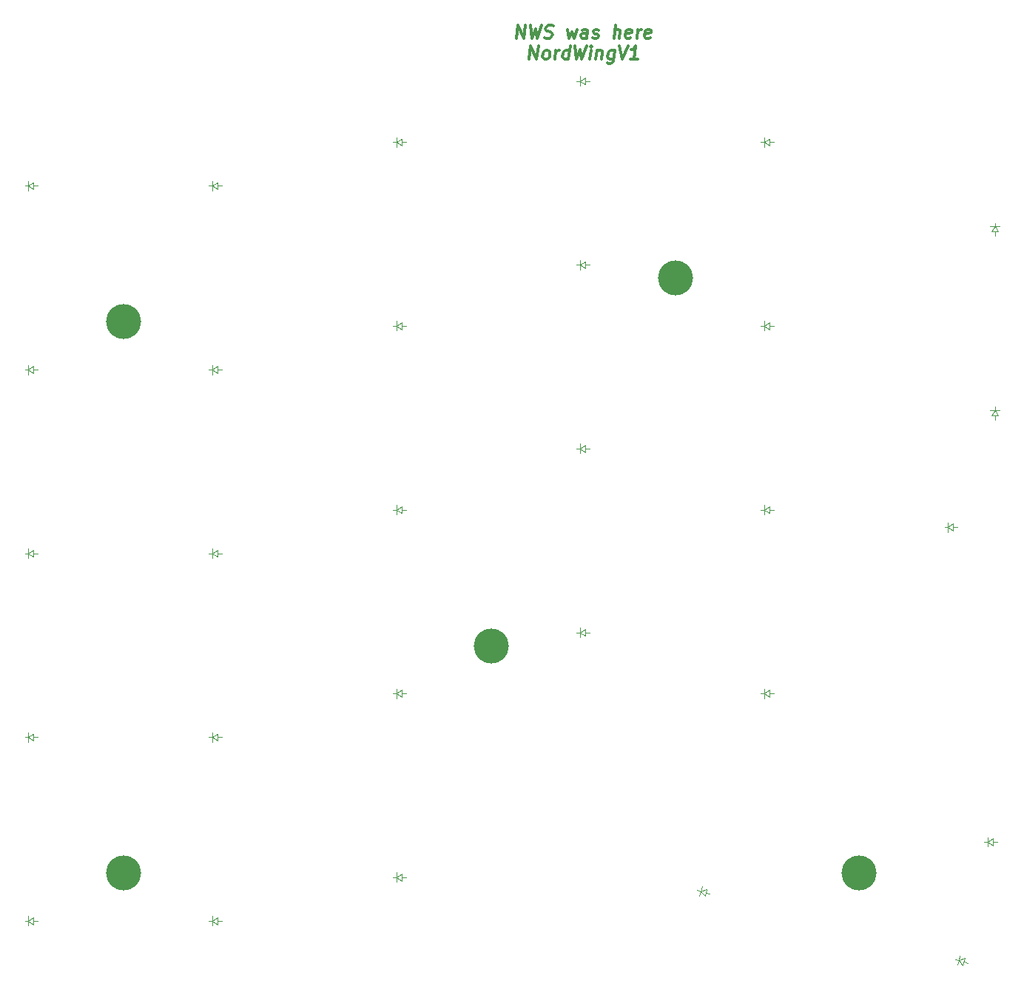
<source format=gbr>
%TF.GenerationSoftware,KiCad,Pcbnew,9.0.3-1.fc42*%
%TF.CreationDate,2025-08-09T15:12:39+02:00*%
%TF.ProjectId,left_traced,6c656674-5f74-4726-9163-65642e6b6963,v1.0.0*%
%TF.SameCoordinates,Original*%
%TF.FileFunction,Legend,Top*%
%TF.FilePolarity,Positive*%
%FSLAX46Y46*%
G04 Gerber Fmt 4.6, Leading zero omitted, Abs format (unit mm)*
G04 Created by KiCad (PCBNEW 9.0.3-1.fc42) date 2025-08-09 15:12:39*
%MOMM*%
%LPD*%
G01*
G04 APERTURE LIST*
%ADD10C,0.300000*%
%ADD11C,0.100000*%
%ADD12C,4.000000*%
G04 APERTURE END LIST*
D10*
X152848214Y-93885912D02*
X153035714Y-92385912D01*
X153035714Y-92385912D02*
X153705357Y-93885912D01*
X153705357Y-93885912D02*
X153892857Y-92385912D01*
X154464286Y-92385912D02*
X154633929Y-93885912D01*
X154633929Y-93885912D02*
X155053571Y-92814484D01*
X155053571Y-92814484D02*
X155205357Y-93885912D01*
X155205357Y-93885912D02*
X155750000Y-92385912D01*
X156071429Y-93814484D02*
X156276786Y-93885912D01*
X156276786Y-93885912D02*
X156633929Y-93885912D01*
X156633929Y-93885912D02*
X156785715Y-93814484D01*
X156785715Y-93814484D02*
X156866072Y-93743055D01*
X156866072Y-93743055D02*
X156955357Y-93600198D01*
X156955357Y-93600198D02*
X156973215Y-93457341D01*
X156973215Y-93457341D02*
X156919643Y-93314484D01*
X156919643Y-93314484D02*
X156857143Y-93243055D01*
X156857143Y-93243055D02*
X156723215Y-93171626D01*
X156723215Y-93171626D02*
X156446429Y-93100198D01*
X156446429Y-93100198D02*
X156312500Y-93028769D01*
X156312500Y-93028769D02*
X156250000Y-92957341D01*
X156250000Y-92957341D02*
X156196429Y-92814484D01*
X156196429Y-92814484D02*
X156214286Y-92671626D01*
X156214286Y-92671626D02*
X156303572Y-92528769D01*
X156303572Y-92528769D02*
X156383929Y-92457341D01*
X156383929Y-92457341D02*
X156535715Y-92385912D01*
X156535715Y-92385912D02*
X156892857Y-92385912D01*
X156892857Y-92385912D02*
X157098215Y-92457341D01*
X158687500Y-92885912D02*
X158848214Y-93885912D01*
X158848214Y-93885912D02*
X159223214Y-93171626D01*
X159223214Y-93171626D02*
X159419643Y-93885912D01*
X159419643Y-93885912D02*
X159830357Y-92885912D01*
X160919643Y-93885912D02*
X161017857Y-93100198D01*
X161017857Y-93100198D02*
X160964286Y-92957341D01*
X160964286Y-92957341D02*
X160830357Y-92885912D01*
X160830357Y-92885912D02*
X160544643Y-92885912D01*
X160544643Y-92885912D02*
X160392857Y-92957341D01*
X160928572Y-93814484D02*
X160776786Y-93885912D01*
X160776786Y-93885912D02*
X160419643Y-93885912D01*
X160419643Y-93885912D02*
X160285714Y-93814484D01*
X160285714Y-93814484D02*
X160232143Y-93671626D01*
X160232143Y-93671626D02*
X160250000Y-93528769D01*
X160250000Y-93528769D02*
X160339286Y-93385912D01*
X160339286Y-93385912D02*
X160491072Y-93314484D01*
X160491072Y-93314484D02*
X160848214Y-93314484D01*
X160848214Y-93314484D02*
X161000000Y-93243055D01*
X161571429Y-93814484D02*
X161705357Y-93885912D01*
X161705357Y-93885912D02*
X161991072Y-93885912D01*
X161991072Y-93885912D02*
X162142857Y-93814484D01*
X162142857Y-93814484D02*
X162232143Y-93671626D01*
X162232143Y-93671626D02*
X162241072Y-93600198D01*
X162241072Y-93600198D02*
X162187500Y-93457341D01*
X162187500Y-93457341D02*
X162053572Y-93385912D01*
X162053572Y-93385912D02*
X161839286Y-93385912D01*
X161839286Y-93385912D02*
X161705357Y-93314484D01*
X161705357Y-93314484D02*
X161651786Y-93171626D01*
X161651786Y-93171626D02*
X161660715Y-93100198D01*
X161660715Y-93100198D02*
X161750000Y-92957341D01*
X161750000Y-92957341D02*
X161901786Y-92885912D01*
X161901786Y-92885912D02*
X162116072Y-92885912D01*
X162116072Y-92885912D02*
X162250000Y-92957341D01*
X163991072Y-93885912D02*
X164178572Y-92385912D01*
X164633929Y-93885912D02*
X164732143Y-93100198D01*
X164732143Y-93100198D02*
X164678572Y-92957341D01*
X164678572Y-92957341D02*
X164544643Y-92885912D01*
X164544643Y-92885912D02*
X164330358Y-92885912D01*
X164330358Y-92885912D02*
X164178572Y-92957341D01*
X164178572Y-92957341D02*
X164098215Y-93028769D01*
X165928572Y-93814484D02*
X165776786Y-93885912D01*
X165776786Y-93885912D02*
X165491072Y-93885912D01*
X165491072Y-93885912D02*
X165357143Y-93814484D01*
X165357143Y-93814484D02*
X165303572Y-93671626D01*
X165303572Y-93671626D02*
X165375001Y-93100198D01*
X165375001Y-93100198D02*
X165464286Y-92957341D01*
X165464286Y-92957341D02*
X165616072Y-92885912D01*
X165616072Y-92885912D02*
X165901786Y-92885912D01*
X165901786Y-92885912D02*
X166035715Y-92957341D01*
X166035715Y-92957341D02*
X166089286Y-93100198D01*
X166089286Y-93100198D02*
X166071429Y-93243055D01*
X166071429Y-93243055D02*
X165339286Y-93385912D01*
X166633929Y-93885912D02*
X166758929Y-92885912D01*
X166723215Y-93171626D02*
X166812500Y-93028769D01*
X166812500Y-93028769D02*
X166892857Y-92957341D01*
X166892857Y-92957341D02*
X167044643Y-92885912D01*
X167044643Y-92885912D02*
X167187500Y-92885912D01*
X168142857Y-93814484D02*
X167991071Y-93885912D01*
X167991071Y-93885912D02*
X167705357Y-93885912D01*
X167705357Y-93885912D02*
X167571428Y-93814484D01*
X167571428Y-93814484D02*
X167517857Y-93671626D01*
X167517857Y-93671626D02*
X167589286Y-93100198D01*
X167589286Y-93100198D02*
X167678571Y-92957341D01*
X167678571Y-92957341D02*
X167830357Y-92885912D01*
X167830357Y-92885912D02*
X168116071Y-92885912D01*
X168116071Y-92885912D02*
X168250000Y-92957341D01*
X168250000Y-92957341D02*
X168303571Y-93100198D01*
X168303571Y-93100198D02*
X168285714Y-93243055D01*
X168285714Y-93243055D02*
X167553571Y-93385912D01*
X154312500Y-96300828D02*
X154500000Y-94800828D01*
X154500000Y-94800828D02*
X155169643Y-96300828D01*
X155169643Y-96300828D02*
X155357143Y-94800828D01*
X156098215Y-96300828D02*
X155964286Y-96229400D01*
X155964286Y-96229400D02*
X155901786Y-96157971D01*
X155901786Y-96157971D02*
X155848215Y-96015114D01*
X155848215Y-96015114D02*
X155901786Y-95586542D01*
X155901786Y-95586542D02*
X155991072Y-95443685D01*
X155991072Y-95443685D02*
X156071429Y-95372257D01*
X156071429Y-95372257D02*
X156223215Y-95300828D01*
X156223215Y-95300828D02*
X156437500Y-95300828D01*
X156437500Y-95300828D02*
X156571429Y-95372257D01*
X156571429Y-95372257D02*
X156633929Y-95443685D01*
X156633929Y-95443685D02*
X156687500Y-95586542D01*
X156687500Y-95586542D02*
X156633929Y-96015114D01*
X156633929Y-96015114D02*
X156544643Y-96157971D01*
X156544643Y-96157971D02*
X156464286Y-96229400D01*
X156464286Y-96229400D02*
X156312500Y-96300828D01*
X156312500Y-96300828D02*
X156098215Y-96300828D01*
X157241072Y-96300828D02*
X157366072Y-95300828D01*
X157330358Y-95586542D02*
X157419643Y-95443685D01*
X157419643Y-95443685D02*
X157500000Y-95372257D01*
X157500000Y-95372257D02*
X157651786Y-95300828D01*
X157651786Y-95300828D02*
X157794643Y-95300828D01*
X158812500Y-96300828D02*
X159000000Y-94800828D01*
X158821429Y-96229400D02*
X158669643Y-96300828D01*
X158669643Y-96300828D02*
X158383929Y-96300828D01*
X158383929Y-96300828D02*
X158250000Y-96229400D01*
X158250000Y-96229400D02*
X158187500Y-96157971D01*
X158187500Y-96157971D02*
X158133929Y-96015114D01*
X158133929Y-96015114D02*
X158187500Y-95586542D01*
X158187500Y-95586542D02*
X158276786Y-95443685D01*
X158276786Y-95443685D02*
X158357143Y-95372257D01*
X158357143Y-95372257D02*
X158508929Y-95300828D01*
X158508929Y-95300828D02*
X158794643Y-95300828D01*
X158794643Y-95300828D02*
X158928571Y-95372257D01*
X159571429Y-94800828D02*
X159741072Y-96300828D01*
X159741072Y-96300828D02*
X160160714Y-95229400D01*
X160160714Y-95229400D02*
X160312500Y-96300828D01*
X160312500Y-96300828D02*
X160857143Y-94800828D01*
X161241072Y-96300828D02*
X161366072Y-95300828D01*
X161428572Y-94800828D02*
X161348215Y-94872257D01*
X161348215Y-94872257D02*
X161410715Y-94943685D01*
X161410715Y-94943685D02*
X161491072Y-94872257D01*
X161491072Y-94872257D02*
X161428572Y-94800828D01*
X161428572Y-94800828D02*
X161410715Y-94943685D01*
X162080358Y-95300828D02*
X161955358Y-96300828D01*
X162062501Y-95443685D02*
X162142858Y-95372257D01*
X162142858Y-95372257D02*
X162294644Y-95300828D01*
X162294644Y-95300828D02*
X162508929Y-95300828D01*
X162508929Y-95300828D02*
X162642858Y-95372257D01*
X162642858Y-95372257D02*
X162696429Y-95515114D01*
X162696429Y-95515114D02*
X162598215Y-96300828D01*
X164080358Y-95300828D02*
X163928572Y-96515114D01*
X163928572Y-96515114D02*
X163839287Y-96657971D01*
X163839287Y-96657971D02*
X163758929Y-96729400D01*
X163758929Y-96729400D02*
X163607144Y-96800828D01*
X163607144Y-96800828D02*
X163392858Y-96800828D01*
X163392858Y-96800828D02*
X163258929Y-96729400D01*
X163964287Y-96229400D02*
X163812501Y-96300828D01*
X163812501Y-96300828D02*
X163526787Y-96300828D01*
X163526787Y-96300828D02*
X163392858Y-96229400D01*
X163392858Y-96229400D02*
X163330358Y-96157971D01*
X163330358Y-96157971D02*
X163276787Y-96015114D01*
X163276787Y-96015114D02*
X163330358Y-95586542D01*
X163330358Y-95586542D02*
X163419644Y-95443685D01*
X163419644Y-95443685D02*
X163500001Y-95372257D01*
X163500001Y-95372257D02*
X163651787Y-95300828D01*
X163651787Y-95300828D02*
X163937501Y-95300828D01*
X163937501Y-95300828D02*
X164071429Y-95372257D01*
X164642858Y-94800828D02*
X164955358Y-96300828D01*
X164955358Y-96300828D02*
X165642858Y-94800828D01*
X166741072Y-96300828D02*
X165883929Y-96300828D01*
X166312501Y-96300828D02*
X166500001Y-94800828D01*
X166500001Y-94800828D02*
X166330358Y-95015114D01*
X166330358Y-95015114D02*
X166169644Y-95157971D01*
X166169644Y-95157971D02*
X166017858Y-95229400D01*
D11*
%TO.C,D22*%
X96600000Y-131850000D02*
X97000000Y-131850000D01*
X97000000Y-131850000D02*
X97000000Y-131300000D01*
X97000000Y-131850000D02*
X97000000Y-132400000D01*
X97000000Y-131850000D02*
X97600000Y-131450000D01*
X97600000Y-131450000D02*
X97600000Y-132250000D01*
X97600000Y-131850000D02*
X98100000Y-131850000D01*
X97600000Y-132250000D02*
X97000000Y-131850000D01*
%TO.C,D8*%
X159750000Y-98800000D02*
X160150000Y-98800000D01*
X160150000Y-98800000D02*
X160150000Y-98250000D01*
X160150000Y-98800000D02*
X160150000Y-99350000D01*
X160150000Y-98800000D02*
X160750000Y-98400000D01*
X160750000Y-98400000D02*
X160750000Y-99200000D01*
X160750000Y-98800000D02*
X161250000Y-98800000D01*
X160750000Y-99200000D02*
X160150000Y-98800000D01*
%TO.C,D18*%
X117650000Y-110800000D02*
X118050000Y-110800000D01*
X118050000Y-110800000D02*
X118050000Y-110250000D01*
X118050000Y-110800000D02*
X118050000Y-111350000D01*
X118050000Y-110800000D02*
X118650000Y-110400000D01*
X118650000Y-110400000D02*
X118650000Y-111200000D01*
X118650000Y-110800000D02*
X119150000Y-110800000D01*
X118650000Y-111200000D02*
X118050000Y-110800000D01*
%TO.C,D10*%
X138700000Y-168950000D02*
X139100000Y-168950000D01*
X139100000Y-168950000D02*
X139100000Y-168400000D01*
X139100000Y-168950000D02*
X139100000Y-169500000D01*
X139100000Y-168950000D02*
X139700000Y-168550000D01*
X139700000Y-168550000D02*
X139700000Y-169350000D01*
X139700000Y-168950000D02*
X140200000Y-168950000D01*
X139700000Y-169350000D02*
X139100000Y-168950000D01*
%TO.C,D25*%
X173541469Y-191492865D02*
X173927839Y-191596392D01*
X173927839Y-191596392D02*
X173785488Y-192127653D01*
X173927839Y-191596392D02*
X174070189Y-191065133D01*
X173927839Y-191596392D02*
X174610922Y-191365313D01*
X174403867Y-192138054D02*
X173927839Y-191596392D01*
X174507394Y-191751684D02*
X174990357Y-191881093D01*
X174610922Y-191365313D02*
X174403867Y-192138054D01*
%TO.C,D12*%
X138700000Y-126850000D02*
X139100000Y-126850000D01*
X139100000Y-126850000D02*
X139100000Y-126300000D01*
X139100000Y-126850000D02*
X139100000Y-127400000D01*
X139100000Y-126850000D02*
X139700000Y-126450000D01*
X139700000Y-126450000D02*
X139700000Y-127250000D01*
X139700000Y-126850000D02*
X140200000Y-126850000D01*
X139700000Y-127250000D02*
X139100000Y-126850000D01*
%TO.C,D14*%
X117650000Y-195000000D02*
X118050000Y-195000000D01*
X118050000Y-195000000D02*
X118050000Y-194450000D01*
X118050000Y-195000000D02*
X118050000Y-195550000D01*
X118050000Y-195000000D02*
X118650000Y-194600000D01*
X118650000Y-194600000D02*
X118650000Y-195400000D01*
X118650000Y-195000000D02*
X119150000Y-195000000D01*
X118650000Y-195400000D02*
X118050000Y-195000000D01*
%TO.C,D6*%
X159750000Y-140900000D02*
X160150000Y-140900000D01*
X160150000Y-140900000D02*
X160150000Y-140350000D01*
X160150000Y-140900000D02*
X160150000Y-141450000D01*
X160150000Y-140900000D02*
X160750000Y-140500000D01*
X160750000Y-140500000D02*
X160750000Y-141300000D01*
X160750000Y-140900000D02*
X161250000Y-140900000D01*
X160750000Y-141300000D02*
X160150000Y-140900000D01*
%TO.C,D19*%
X96600000Y-195000000D02*
X97000000Y-195000000D01*
X97000000Y-195000000D02*
X97000000Y-194450000D01*
X97000000Y-195000000D02*
X97000000Y-195550000D01*
X97000000Y-195000000D02*
X97600000Y-194600000D01*
X97600000Y-194600000D02*
X97600000Y-195400000D01*
X97600000Y-195000000D02*
X98100000Y-195000000D01*
X97600000Y-195400000D02*
X97000000Y-195000000D01*
%TO.C,D16*%
X117650000Y-152900000D02*
X118050000Y-152900000D01*
X118050000Y-152900000D02*
X118050000Y-152350000D01*
X118050000Y-152900000D02*
X118050000Y-153450000D01*
X118050000Y-152900000D02*
X118650000Y-152500000D01*
X118650000Y-152500000D02*
X118650000Y-153300000D01*
X118650000Y-152900000D02*
X119150000Y-152900000D01*
X118650000Y-153300000D02*
X118050000Y-152900000D01*
%TO.C,D20*%
X96600000Y-173950000D02*
X97000000Y-173950000D01*
X97000000Y-173950000D02*
X97000000Y-173400000D01*
X97000000Y-173950000D02*
X97000000Y-174500000D01*
X97000000Y-173950000D02*
X97600000Y-173550000D01*
X97600000Y-173550000D02*
X97600000Y-174350000D01*
X97600000Y-173950000D02*
X98100000Y-173950000D01*
X97600000Y-174350000D02*
X97000000Y-173950000D01*
%TO.C,D24*%
X203074651Y-199406257D02*
X203461021Y-199509784D01*
X203461021Y-199509784D02*
X203318670Y-200041045D01*
X203461021Y-199509784D02*
X203603371Y-198978525D01*
X203461021Y-199509784D02*
X204144104Y-199278705D01*
X203937049Y-200051446D02*
X203461021Y-199509784D01*
X204040576Y-199665076D02*
X204523539Y-199794485D01*
X204144104Y-199278705D02*
X203937049Y-200051446D01*
%TO.C,D29*%
X206350000Y-185950000D02*
X206750000Y-185950000D01*
X206750000Y-185950000D02*
X206750000Y-185400000D01*
X206750000Y-185950000D02*
X206750000Y-186500000D01*
X206750000Y-185950000D02*
X207350000Y-185550000D01*
X207350000Y-185550000D02*
X207350000Y-186350000D01*
X207350000Y-185950000D02*
X207850000Y-185950000D01*
X207350000Y-186350000D02*
X206750000Y-185950000D01*
%TO.C,D21*%
X96600000Y-152900000D02*
X97000000Y-152900000D01*
X97000000Y-152900000D02*
X97000000Y-152350000D01*
X97000000Y-152900000D02*
X97000000Y-153450000D01*
X97000000Y-152900000D02*
X97600000Y-152500000D01*
X97600000Y-152500000D02*
X97600000Y-153300000D01*
X97600000Y-152900000D02*
X98100000Y-152900000D01*
X97600000Y-153300000D02*
X97000000Y-152900000D01*
%TO.C,D28*%
X201850000Y-149900000D02*
X202250000Y-149900000D01*
X202250000Y-149900000D02*
X202250000Y-149350000D01*
X202250000Y-149900000D02*
X202250000Y-150450000D01*
X202250000Y-149900000D02*
X202850000Y-149500000D01*
X202850000Y-149500000D02*
X202850000Y-150300000D01*
X202850000Y-149900000D02*
X203350000Y-149900000D01*
X202850000Y-150300000D02*
X202250000Y-149900000D01*
%TO.C,D3*%
X180800000Y-126850000D02*
X181200000Y-126850000D01*
X181200000Y-126850000D02*
X181200000Y-126300000D01*
X181200000Y-126850000D02*
X181200000Y-127400000D01*
X181200000Y-126850000D02*
X181800000Y-126450000D01*
X181800000Y-126450000D02*
X181800000Y-127250000D01*
X181800000Y-126850000D02*
X182300000Y-126850000D01*
X181800000Y-127250000D02*
X181200000Y-126850000D01*
%TO.C,D11*%
X138700000Y-147900000D02*
X139100000Y-147900000D01*
X139100000Y-147900000D02*
X139100000Y-147350000D01*
X139100000Y-147900000D02*
X139100000Y-148450000D01*
X139100000Y-147900000D02*
X139700000Y-147500000D01*
X139700000Y-147500000D02*
X139700000Y-148300000D01*
X139700000Y-147900000D02*
X140200000Y-147900000D01*
X139700000Y-148300000D02*
X139100000Y-147900000D01*
%TO.C,D26*%
X207200000Y-137100000D02*
X207600000Y-136500000D01*
X207600000Y-136100000D02*
X207600000Y-136500000D01*
X207600000Y-136500000D02*
X207050000Y-136500000D01*
X207600000Y-136500000D02*
X208000000Y-137100000D01*
X207600000Y-136500000D02*
X208150000Y-136500000D01*
X207600000Y-137100000D02*
X207600000Y-137600000D01*
X208000000Y-137100000D02*
X207200000Y-137100000D01*
%TO.C,D15*%
X117650000Y-173950000D02*
X118050000Y-173950000D01*
X118050000Y-173950000D02*
X118050000Y-173400000D01*
X118050000Y-173950000D02*
X118050000Y-174500000D01*
X118050000Y-173950000D02*
X118650000Y-173550000D01*
X118650000Y-173550000D02*
X118650000Y-174350000D01*
X118650000Y-173950000D02*
X119150000Y-173950000D01*
X118650000Y-174350000D02*
X118050000Y-173950000D01*
%TO.C,D13*%
X138700000Y-105800000D02*
X139100000Y-105800000D01*
X139100000Y-105800000D02*
X139100000Y-105250000D01*
X139100000Y-105800000D02*
X139100000Y-106350000D01*
X139100000Y-105800000D02*
X139700000Y-105400000D01*
X139700000Y-105400000D02*
X139700000Y-106200000D01*
X139700000Y-105800000D02*
X140200000Y-105800000D01*
X139700000Y-106200000D02*
X139100000Y-105800000D01*
%TO.C,D9*%
X138700000Y-190000000D02*
X139100000Y-190000000D01*
X139100000Y-190000000D02*
X139100000Y-189450000D01*
X139100000Y-190000000D02*
X139100000Y-190550000D01*
X139100000Y-190000000D02*
X139700000Y-189600000D01*
X139700000Y-189600000D02*
X139700000Y-190400000D01*
X139700000Y-190000000D02*
X140200000Y-190000000D01*
X139700000Y-190400000D02*
X139100000Y-190000000D01*
%TO.C,D17*%
X117650000Y-131850000D02*
X118050000Y-131850000D01*
X118050000Y-131850000D02*
X118050000Y-131300000D01*
X118050000Y-131850000D02*
X118050000Y-132400000D01*
X118050000Y-131850000D02*
X118650000Y-131450000D01*
X118650000Y-131450000D02*
X118650000Y-132250000D01*
X118650000Y-131850000D02*
X119150000Y-131850000D01*
X118650000Y-132250000D02*
X118050000Y-131850000D01*
%TO.C,D2*%
X180800000Y-147900000D02*
X181200000Y-147900000D01*
X181200000Y-147900000D02*
X181200000Y-147350000D01*
X181200000Y-147900000D02*
X181200000Y-148450000D01*
X181200000Y-147900000D02*
X181800000Y-147500000D01*
X181800000Y-147500000D02*
X181800000Y-148300000D01*
X181800000Y-147900000D02*
X182300000Y-147900000D01*
X181800000Y-148300000D02*
X181200000Y-147900000D01*
%TO.C,D4*%
X180800000Y-105800000D02*
X181200000Y-105800000D01*
X181200000Y-105800000D02*
X181200000Y-105250000D01*
X181200000Y-105800000D02*
X181200000Y-106350000D01*
X181200000Y-105800000D02*
X181800000Y-105400000D01*
X181800000Y-105400000D02*
X181800000Y-106200000D01*
X181800000Y-105800000D02*
X182300000Y-105800000D01*
X181800000Y-106200000D02*
X181200000Y-105800000D01*
%TO.C,D27*%
X207200000Y-116050000D02*
X207600000Y-115450000D01*
X207600000Y-115050000D02*
X207600000Y-115450000D01*
X207600000Y-115450000D02*
X207050000Y-115450000D01*
X207600000Y-115450000D02*
X208000000Y-116050000D01*
X207600000Y-115450000D02*
X208150000Y-115450000D01*
X207600000Y-116050000D02*
X207600000Y-116550000D01*
X208000000Y-116050000D02*
X207200000Y-116050000D01*
%TO.C,D7*%
X159750000Y-119850000D02*
X160150000Y-119850000D01*
X160150000Y-119850000D02*
X160150000Y-119300000D01*
X160150000Y-119850000D02*
X160150000Y-120400000D01*
X160150000Y-119850000D02*
X160750000Y-119450000D01*
X160750000Y-119450000D02*
X160750000Y-120250000D01*
X160750000Y-119850000D02*
X161250000Y-119850000D01*
X160750000Y-120250000D02*
X160150000Y-119850000D01*
%TO.C,D5*%
X159750000Y-161950000D02*
X160150000Y-161950000D01*
X160150000Y-161950000D02*
X160150000Y-161400000D01*
X160150000Y-161950000D02*
X160150000Y-162500000D01*
X160150000Y-161950000D02*
X160750000Y-161550000D01*
X160750000Y-161550000D02*
X160750000Y-162350000D01*
X160750000Y-161950000D02*
X161250000Y-161950000D01*
X160750000Y-162350000D02*
X160150000Y-161950000D01*
%TO.C,D23*%
X96600000Y-110800000D02*
X97000000Y-110800000D01*
X97000000Y-110800000D02*
X97000000Y-110250000D01*
X97000000Y-110800000D02*
X97000000Y-111350000D01*
X97000000Y-110800000D02*
X97600000Y-110400000D01*
X97600000Y-110400000D02*
X97600000Y-111200000D01*
X97600000Y-110800000D02*
X98100000Y-110800000D01*
X97600000Y-111200000D02*
X97000000Y-110800000D01*
%TO.C,D1*%
X180800000Y-168950000D02*
X181200000Y-168950000D01*
X181200000Y-168950000D02*
X181200000Y-168400000D01*
X181200000Y-168950000D02*
X181200000Y-169500000D01*
X181200000Y-168950000D02*
X181800000Y-168550000D01*
X181800000Y-168550000D02*
X181800000Y-169350000D01*
X181800000Y-168950000D02*
X182300000Y-168950000D01*
X181800000Y-169350000D02*
X181200000Y-168950000D01*
%TD*%
D12*
%TO.C,*%
X107875000Y-189475000D03*
%TD*%
%TO.C,*%
X192075000Y-189475000D03*
%TD*%
%TO.C,*%
X150000000Y-163500000D03*
%TD*%
%TO.C,*%
X107875000Y-126325000D03*
%TD*%
%TO.C,*%
X171025000Y-121325000D03*
%TD*%
M02*

</source>
